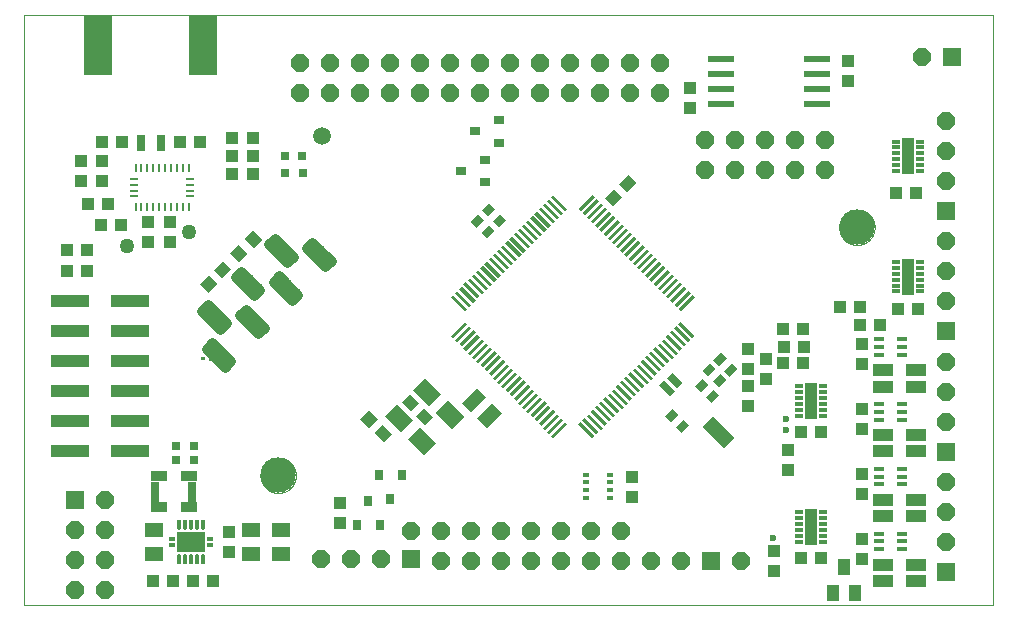
<source format=gts>
G75*
%MOIN*%
%OFA0B0*%
%FSLAX25Y25*%
%IPPOS*%
%LPD*%
%AMOC8*
5,1,8,0,0,1.08239X$1,22.5*
%
%ADD10C,0.00000*%
%ADD11C,0.11811*%
%ADD12R,0.04331X0.03937*%
%ADD13R,0.07677X0.05906*%
%ADD14R,0.03150X0.03150*%
%ADD15R,0.02600X0.01200*%
%ADD16R,0.03900X0.12200*%
%ADD17R,0.02756X0.03543*%
%ADD18R,0.05000X0.02500*%
%ADD19R,0.10000X0.05000*%
%ADD20R,0.03937X0.04331*%
%ADD21R,0.08700X0.02400*%
%ADD22R,0.01969X0.01378*%
%ADD23R,0.01100X0.06600*%
%ADD24R,0.04331X0.07087*%
%ADD25C,0.00030*%
%ADD26R,0.00984X0.02657*%
%ADD27R,0.02657X0.00984*%
%ADD28R,0.02756X0.05512*%
%ADD29OC8,0.06000*%
%ADD30C,0.05000*%
%ADD31R,0.03543X0.01772*%
%ADD32R,0.06800X0.04330*%
%ADD33R,0.06000X0.06000*%
%ADD34R,0.03937X0.05512*%
%ADD35C,0.03000*%
%ADD36R,0.09500X0.20000*%
%ADD37C,0.02362*%
%ADD38C,0.01380*%
%ADD39R,0.02362X0.01181*%
%ADD40R,0.09646X0.06693*%
%ADD41R,0.01378X0.02992*%
%ADD42R,0.02953X0.06693*%
%ADD43R,0.05315X0.03543*%
%ADD44R,0.06299X0.05118*%
%ADD45R,0.13000X0.04000*%
%ADD46R,0.03100X0.03500*%
%ADD47R,0.03500X0.03100*%
%ADD48C,0.05906*%
D10*
X0005163Y0012652D02*
X0005163Y0209502D01*
X0327998Y0209502D01*
X0327998Y0012652D01*
X0005163Y0012652D01*
X0083903Y0055959D02*
X0083905Y0056112D01*
X0083911Y0056266D01*
X0083921Y0056419D01*
X0083935Y0056571D01*
X0083953Y0056724D01*
X0083975Y0056875D01*
X0084000Y0057026D01*
X0084030Y0057177D01*
X0084064Y0057327D01*
X0084101Y0057475D01*
X0084142Y0057623D01*
X0084187Y0057769D01*
X0084236Y0057915D01*
X0084289Y0058059D01*
X0084345Y0058201D01*
X0084405Y0058342D01*
X0084469Y0058482D01*
X0084536Y0058620D01*
X0084607Y0058756D01*
X0084682Y0058890D01*
X0084759Y0059022D01*
X0084841Y0059152D01*
X0084925Y0059280D01*
X0085013Y0059406D01*
X0085104Y0059529D01*
X0085198Y0059650D01*
X0085296Y0059768D01*
X0085396Y0059884D01*
X0085500Y0059997D01*
X0085606Y0060108D01*
X0085715Y0060216D01*
X0085827Y0060321D01*
X0085941Y0060422D01*
X0086059Y0060521D01*
X0086178Y0060617D01*
X0086300Y0060710D01*
X0086425Y0060799D01*
X0086552Y0060886D01*
X0086681Y0060968D01*
X0086812Y0061048D01*
X0086945Y0061124D01*
X0087080Y0061197D01*
X0087217Y0061266D01*
X0087356Y0061331D01*
X0087496Y0061393D01*
X0087638Y0061451D01*
X0087781Y0061506D01*
X0087926Y0061557D01*
X0088072Y0061604D01*
X0088219Y0061647D01*
X0088367Y0061686D01*
X0088516Y0061722D01*
X0088666Y0061753D01*
X0088817Y0061781D01*
X0088968Y0061805D01*
X0089121Y0061825D01*
X0089273Y0061841D01*
X0089426Y0061853D01*
X0089579Y0061861D01*
X0089732Y0061865D01*
X0089886Y0061865D01*
X0090039Y0061861D01*
X0090192Y0061853D01*
X0090345Y0061841D01*
X0090497Y0061825D01*
X0090650Y0061805D01*
X0090801Y0061781D01*
X0090952Y0061753D01*
X0091102Y0061722D01*
X0091251Y0061686D01*
X0091399Y0061647D01*
X0091546Y0061604D01*
X0091692Y0061557D01*
X0091837Y0061506D01*
X0091980Y0061451D01*
X0092122Y0061393D01*
X0092262Y0061331D01*
X0092401Y0061266D01*
X0092538Y0061197D01*
X0092673Y0061124D01*
X0092806Y0061048D01*
X0092937Y0060968D01*
X0093066Y0060886D01*
X0093193Y0060799D01*
X0093318Y0060710D01*
X0093440Y0060617D01*
X0093559Y0060521D01*
X0093677Y0060422D01*
X0093791Y0060321D01*
X0093903Y0060216D01*
X0094012Y0060108D01*
X0094118Y0059997D01*
X0094222Y0059884D01*
X0094322Y0059768D01*
X0094420Y0059650D01*
X0094514Y0059529D01*
X0094605Y0059406D01*
X0094693Y0059280D01*
X0094777Y0059152D01*
X0094859Y0059022D01*
X0094936Y0058890D01*
X0095011Y0058756D01*
X0095082Y0058620D01*
X0095149Y0058482D01*
X0095213Y0058342D01*
X0095273Y0058201D01*
X0095329Y0058059D01*
X0095382Y0057915D01*
X0095431Y0057769D01*
X0095476Y0057623D01*
X0095517Y0057475D01*
X0095554Y0057327D01*
X0095588Y0057177D01*
X0095618Y0057026D01*
X0095643Y0056875D01*
X0095665Y0056724D01*
X0095683Y0056571D01*
X0095697Y0056419D01*
X0095707Y0056266D01*
X0095713Y0056112D01*
X0095715Y0055959D01*
X0095713Y0055806D01*
X0095707Y0055652D01*
X0095697Y0055499D01*
X0095683Y0055347D01*
X0095665Y0055194D01*
X0095643Y0055043D01*
X0095618Y0054892D01*
X0095588Y0054741D01*
X0095554Y0054591D01*
X0095517Y0054443D01*
X0095476Y0054295D01*
X0095431Y0054149D01*
X0095382Y0054003D01*
X0095329Y0053859D01*
X0095273Y0053717D01*
X0095213Y0053576D01*
X0095149Y0053436D01*
X0095082Y0053298D01*
X0095011Y0053162D01*
X0094936Y0053028D01*
X0094859Y0052896D01*
X0094777Y0052766D01*
X0094693Y0052638D01*
X0094605Y0052512D01*
X0094514Y0052389D01*
X0094420Y0052268D01*
X0094322Y0052150D01*
X0094222Y0052034D01*
X0094118Y0051921D01*
X0094012Y0051810D01*
X0093903Y0051702D01*
X0093791Y0051597D01*
X0093677Y0051496D01*
X0093559Y0051397D01*
X0093440Y0051301D01*
X0093318Y0051208D01*
X0093193Y0051119D01*
X0093066Y0051032D01*
X0092937Y0050950D01*
X0092806Y0050870D01*
X0092673Y0050794D01*
X0092538Y0050721D01*
X0092401Y0050652D01*
X0092262Y0050587D01*
X0092122Y0050525D01*
X0091980Y0050467D01*
X0091837Y0050412D01*
X0091692Y0050361D01*
X0091546Y0050314D01*
X0091399Y0050271D01*
X0091251Y0050232D01*
X0091102Y0050196D01*
X0090952Y0050165D01*
X0090801Y0050137D01*
X0090650Y0050113D01*
X0090497Y0050093D01*
X0090345Y0050077D01*
X0090192Y0050065D01*
X0090039Y0050057D01*
X0089886Y0050053D01*
X0089732Y0050053D01*
X0089579Y0050057D01*
X0089426Y0050065D01*
X0089273Y0050077D01*
X0089121Y0050093D01*
X0088968Y0050113D01*
X0088817Y0050137D01*
X0088666Y0050165D01*
X0088516Y0050196D01*
X0088367Y0050232D01*
X0088219Y0050271D01*
X0088072Y0050314D01*
X0087926Y0050361D01*
X0087781Y0050412D01*
X0087638Y0050467D01*
X0087496Y0050525D01*
X0087356Y0050587D01*
X0087217Y0050652D01*
X0087080Y0050721D01*
X0086945Y0050794D01*
X0086812Y0050870D01*
X0086681Y0050950D01*
X0086552Y0051032D01*
X0086425Y0051119D01*
X0086300Y0051208D01*
X0086178Y0051301D01*
X0086059Y0051397D01*
X0085941Y0051496D01*
X0085827Y0051597D01*
X0085715Y0051702D01*
X0085606Y0051810D01*
X0085500Y0051921D01*
X0085396Y0052034D01*
X0085296Y0052150D01*
X0085198Y0052268D01*
X0085104Y0052389D01*
X0085013Y0052512D01*
X0084925Y0052638D01*
X0084841Y0052766D01*
X0084759Y0052896D01*
X0084682Y0053028D01*
X0084607Y0053162D01*
X0084536Y0053298D01*
X0084469Y0053436D01*
X0084405Y0053576D01*
X0084345Y0053717D01*
X0084289Y0053859D01*
X0084236Y0054003D01*
X0084187Y0054149D01*
X0084142Y0054295D01*
X0084101Y0054443D01*
X0084064Y0054591D01*
X0084030Y0054741D01*
X0084000Y0054892D01*
X0083975Y0055043D01*
X0083953Y0055194D01*
X0083935Y0055347D01*
X0083921Y0055499D01*
X0083911Y0055652D01*
X0083905Y0055806D01*
X0083903Y0055959D01*
X0276816Y0138636D02*
X0276818Y0138789D01*
X0276824Y0138943D01*
X0276834Y0139096D01*
X0276848Y0139248D01*
X0276866Y0139401D01*
X0276888Y0139552D01*
X0276913Y0139703D01*
X0276943Y0139854D01*
X0276977Y0140004D01*
X0277014Y0140152D01*
X0277055Y0140300D01*
X0277100Y0140446D01*
X0277149Y0140592D01*
X0277202Y0140736D01*
X0277258Y0140878D01*
X0277318Y0141019D01*
X0277382Y0141159D01*
X0277449Y0141297D01*
X0277520Y0141433D01*
X0277595Y0141567D01*
X0277672Y0141699D01*
X0277754Y0141829D01*
X0277838Y0141957D01*
X0277926Y0142083D01*
X0278017Y0142206D01*
X0278111Y0142327D01*
X0278209Y0142445D01*
X0278309Y0142561D01*
X0278413Y0142674D01*
X0278519Y0142785D01*
X0278628Y0142893D01*
X0278740Y0142998D01*
X0278854Y0143099D01*
X0278972Y0143198D01*
X0279091Y0143294D01*
X0279213Y0143387D01*
X0279338Y0143476D01*
X0279465Y0143563D01*
X0279594Y0143645D01*
X0279725Y0143725D01*
X0279858Y0143801D01*
X0279993Y0143874D01*
X0280130Y0143943D01*
X0280269Y0144008D01*
X0280409Y0144070D01*
X0280551Y0144128D01*
X0280694Y0144183D01*
X0280839Y0144234D01*
X0280985Y0144281D01*
X0281132Y0144324D01*
X0281280Y0144363D01*
X0281429Y0144399D01*
X0281579Y0144430D01*
X0281730Y0144458D01*
X0281881Y0144482D01*
X0282034Y0144502D01*
X0282186Y0144518D01*
X0282339Y0144530D01*
X0282492Y0144538D01*
X0282645Y0144542D01*
X0282799Y0144542D01*
X0282952Y0144538D01*
X0283105Y0144530D01*
X0283258Y0144518D01*
X0283410Y0144502D01*
X0283563Y0144482D01*
X0283714Y0144458D01*
X0283865Y0144430D01*
X0284015Y0144399D01*
X0284164Y0144363D01*
X0284312Y0144324D01*
X0284459Y0144281D01*
X0284605Y0144234D01*
X0284750Y0144183D01*
X0284893Y0144128D01*
X0285035Y0144070D01*
X0285175Y0144008D01*
X0285314Y0143943D01*
X0285451Y0143874D01*
X0285586Y0143801D01*
X0285719Y0143725D01*
X0285850Y0143645D01*
X0285979Y0143563D01*
X0286106Y0143476D01*
X0286231Y0143387D01*
X0286353Y0143294D01*
X0286472Y0143198D01*
X0286590Y0143099D01*
X0286704Y0142998D01*
X0286816Y0142893D01*
X0286925Y0142785D01*
X0287031Y0142674D01*
X0287135Y0142561D01*
X0287235Y0142445D01*
X0287333Y0142327D01*
X0287427Y0142206D01*
X0287518Y0142083D01*
X0287606Y0141957D01*
X0287690Y0141829D01*
X0287772Y0141699D01*
X0287849Y0141567D01*
X0287924Y0141433D01*
X0287995Y0141297D01*
X0288062Y0141159D01*
X0288126Y0141019D01*
X0288186Y0140878D01*
X0288242Y0140736D01*
X0288295Y0140592D01*
X0288344Y0140446D01*
X0288389Y0140300D01*
X0288430Y0140152D01*
X0288467Y0140004D01*
X0288501Y0139854D01*
X0288531Y0139703D01*
X0288556Y0139552D01*
X0288578Y0139401D01*
X0288596Y0139248D01*
X0288610Y0139096D01*
X0288620Y0138943D01*
X0288626Y0138789D01*
X0288628Y0138636D01*
X0288626Y0138483D01*
X0288620Y0138329D01*
X0288610Y0138176D01*
X0288596Y0138024D01*
X0288578Y0137871D01*
X0288556Y0137720D01*
X0288531Y0137569D01*
X0288501Y0137418D01*
X0288467Y0137268D01*
X0288430Y0137120D01*
X0288389Y0136972D01*
X0288344Y0136826D01*
X0288295Y0136680D01*
X0288242Y0136536D01*
X0288186Y0136394D01*
X0288126Y0136253D01*
X0288062Y0136113D01*
X0287995Y0135975D01*
X0287924Y0135839D01*
X0287849Y0135705D01*
X0287772Y0135573D01*
X0287690Y0135443D01*
X0287606Y0135315D01*
X0287518Y0135189D01*
X0287427Y0135066D01*
X0287333Y0134945D01*
X0287235Y0134827D01*
X0287135Y0134711D01*
X0287031Y0134598D01*
X0286925Y0134487D01*
X0286816Y0134379D01*
X0286704Y0134274D01*
X0286590Y0134173D01*
X0286472Y0134074D01*
X0286353Y0133978D01*
X0286231Y0133885D01*
X0286106Y0133796D01*
X0285979Y0133709D01*
X0285850Y0133627D01*
X0285719Y0133547D01*
X0285586Y0133471D01*
X0285451Y0133398D01*
X0285314Y0133329D01*
X0285175Y0133264D01*
X0285035Y0133202D01*
X0284893Y0133144D01*
X0284750Y0133089D01*
X0284605Y0133038D01*
X0284459Y0132991D01*
X0284312Y0132948D01*
X0284164Y0132909D01*
X0284015Y0132873D01*
X0283865Y0132842D01*
X0283714Y0132814D01*
X0283563Y0132790D01*
X0283410Y0132770D01*
X0283258Y0132754D01*
X0283105Y0132742D01*
X0282952Y0132734D01*
X0282799Y0132730D01*
X0282645Y0132730D01*
X0282492Y0132734D01*
X0282339Y0132742D01*
X0282186Y0132754D01*
X0282034Y0132770D01*
X0281881Y0132790D01*
X0281730Y0132814D01*
X0281579Y0132842D01*
X0281429Y0132873D01*
X0281280Y0132909D01*
X0281132Y0132948D01*
X0280985Y0132991D01*
X0280839Y0133038D01*
X0280694Y0133089D01*
X0280551Y0133144D01*
X0280409Y0133202D01*
X0280269Y0133264D01*
X0280130Y0133329D01*
X0279993Y0133398D01*
X0279858Y0133471D01*
X0279725Y0133547D01*
X0279594Y0133627D01*
X0279465Y0133709D01*
X0279338Y0133796D01*
X0279213Y0133885D01*
X0279091Y0133978D01*
X0278972Y0134074D01*
X0278854Y0134173D01*
X0278740Y0134274D01*
X0278628Y0134379D01*
X0278519Y0134487D01*
X0278413Y0134598D01*
X0278309Y0134711D01*
X0278209Y0134827D01*
X0278111Y0134945D01*
X0278017Y0135066D01*
X0277926Y0135189D01*
X0277838Y0135315D01*
X0277754Y0135443D01*
X0277672Y0135573D01*
X0277595Y0135705D01*
X0277520Y0135839D01*
X0277449Y0135975D01*
X0277382Y0136113D01*
X0277318Y0136253D01*
X0277258Y0136394D01*
X0277202Y0136536D01*
X0277149Y0136680D01*
X0277100Y0136826D01*
X0277055Y0136972D01*
X0277014Y0137120D01*
X0276977Y0137268D01*
X0276943Y0137418D01*
X0276913Y0137569D01*
X0276888Y0137720D01*
X0276866Y0137871D01*
X0276848Y0138024D01*
X0276834Y0138176D01*
X0276824Y0138329D01*
X0276818Y0138483D01*
X0276816Y0138636D01*
D11*
X0282722Y0138636D03*
X0089809Y0055959D03*
D12*
X0110331Y0046861D03*
X0110331Y0040169D03*
G36*
X0124942Y0067043D02*
X0121881Y0070104D01*
X0124664Y0072887D01*
X0127725Y0069826D01*
X0124942Y0067043D01*
G37*
G36*
X0120210Y0071776D02*
X0117149Y0074837D01*
X0119932Y0077620D01*
X0122993Y0074559D01*
X0120210Y0071776D01*
G37*
G36*
X0134010Y0077376D02*
X0130949Y0080437D01*
X0133732Y0083220D01*
X0136793Y0080159D01*
X0134010Y0077376D01*
G37*
G36*
X0138742Y0072643D02*
X0135681Y0075704D01*
X0138464Y0078487D01*
X0141525Y0075426D01*
X0138742Y0072643D01*
G37*
G36*
X0074220Y0124620D02*
X0071159Y0121559D01*
X0068376Y0124342D01*
X0071437Y0127403D01*
X0074220Y0124620D01*
G37*
G36*
X0069487Y0119888D02*
X0066426Y0116827D01*
X0063643Y0119610D01*
X0066704Y0122671D01*
X0069487Y0119888D01*
G37*
X0053731Y0133569D03*
X0053731Y0140261D03*
X0033092Y0146352D03*
X0026399Y0146352D03*
X0031185Y0166915D03*
X0037878Y0166915D03*
X0056985Y0166915D03*
X0063678Y0166915D03*
G36*
X0198738Y0148289D02*
X0201799Y0151350D01*
X0204582Y0148567D01*
X0201521Y0145506D01*
X0198738Y0148289D01*
G37*
G36*
X0203470Y0153022D02*
X0206531Y0156083D01*
X0209314Y0153300D01*
X0206253Y0150239D01*
X0203470Y0153022D01*
G37*
X0257985Y0104715D03*
X0264678Y0104715D03*
X0276985Y0111915D03*
X0283678Y0111915D03*
X0296291Y0111531D03*
X0302983Y0111531D03*
X0264878Y0093315D03*
X0258185Y0093315D03*
X0252531Y0094861D03*
X0252531Y0088169D03*
X0246531Y0085861D03*
X0246531Y0079169D03*
X0264185Y0070315D03*
X0270878Y0070315D03*
X0270878Y0028515D03*
X0264185Y0028515D03*
X0295769Y0150220D03*
X0302461Y0150220D03*
X0279601Y0187498D03*
X0279601Y0194191D03*
D13*
G36*
X0140034Y0078958D02*
X0134608Y0084384D01*
X0138784Y0088560D01*
X0144210Y0083134D01*
X0140034Y0078958D01*
G37*
G36*
X0147690Y0071303D02*
X0142264Y0076729D01*
X0146440Y0080905D01*
X0151866Y0075479D01*
X0147690Y0071303D01*
G37*
G36*
X0138384Y0062486D02*
X0132958Y0067912D01*
X0137134Y0072088D01*
X0142560Y0066662D01*
X0138384Y0062486D01*
G37*
G36*
X0130729Y0070142D02*
X0125303Y0075568D01*
X0129479Y0079744D01*
X0134905Y0074318D01*
X0130729Y0070142D01*
G37*
D14*
X0061684Y0065715D03*
X0061684Y0060915D03*
X0055779Y0060915D03*
X0055779Y0065715D03*
X0092084Y0156631D03*
X0091984Y0162331D03*
X0097890Y0162331D03*
X0097990Y0156631D03*
D15*
X0263531Y0085615D03*
X0263531Y0083715D03*
X0263531Y0081715D03*
X0263531Y0079715D03*
X0263531Y0077715D03*
X0263531Y0075815D03*
X0271531Y0075815D03*
X0271531Y0077715D03*
X0271531Y0079715D03*
X0271531Y0081715D03*
X0271531Y0083715D03*
X0271531Y0085615D03*
X0295615Y0117320D03*
X0295615Y0119220D03*
X0295615Y0121220D03*
X0295615Y0123220D03*
X0295615Y0125220D03*
X0295615Y0127120D03*
X0303615Y0127120D03*
X0303615Y0125220D03*
X0303615Y0123220D03*
X0303615Y0121220D03*
X0303615Y0119220D03*
X0303615Y0117320D03*
X0303615Y0157420D03*
X0303615Y0159320D03*
X0303615Y0161320D03*
X0303615Y0163320D03*
X0303615Y0165320D03*
X0303615Y0167220D03*
X0295615Y0167220D03*
X0295615Y0165320D03*
X0295615Y0163320D03*
X0295615Y0161320D03*
X0295615Y0159320D03*
X0295615Y0157420D03*
X0271531Y0043615D03*
X0271531Y0041715D03*
X0271531Y0039715D03*
X0271531Y0037715D03*
X0271531Y0035715D03*
X0271531Y0033815D03*
X0263531Y0033815D03*
X0263531Y0035715D03*
X0263531Y0037715D03*
X0263531Y0039715D03*
X0263531Y0041715D03*
X0263531Y0043615D03*
D16*
X0267531Y0038715D03*
X0267531Y0080715D03*
X0299615Y0122220D03*
X0299615Y0162320D03*
D17*
G36*
X0236782Y0092447D02*
X0234833Y0094396D01*
X0237336Y0096899D01*
X0239285Y0094950D01*
X0236782Y0092447D01*
G37*
G36*
X0233150Y0088915D02*
X0231201Y0090864D01*
X0233704Y0093367D01*
X0235653Y0091418D01*
X0233150Y0088915D01*
G37*
G36*
X0231304Y0088167D02*
X0233253Y0086218D01*
X0230750Y0083715D01*
X0228801Y0085664D01*
X0231304Y0088167D01*
G37*
G36*
X0236770Y0085296D02*
X0234821Y0087245D01*
X0237324Y0089748D01*
X0239273Y0087799D01*
X0236770Y0085296D01*
G37*
G36*
X0234924Y0084548D02*
X0236873Y0082599D01*
X0234370Y0080096D01*
X0232421Y0082045D01*
X0234924Y0084548D01*
G37*
G36*
X0240401Y0088827D02*
X0238452Y0090776D01*
X0240955Y0093279D01*
X0242904Y0091330D01*
X0240401Y0088827D01*
G37*
G36*
X0221304Y0078167D02*
X0223253Y0076218D01*
X0220750Y0073715D01*
X0218801Y0075664D01*
X0221304Y0078167D01*
G37*
G36*
X0224924Y0074548D02*
X0226873Y0072599D01*
X0224370Y0070096D01*
X0222421Y0072045D01*
X0224924Y0074548D01*
G37*
G36*
X0160124Y0139348D02*
X0162073Y0137399D01*
X0159570Y0134896D01*
X0157621Y0136845D01*
X0160124Y0139348D01*
G37*
G36*
X0163874Y0143098D02*
X0165823Y0141149D01*
X0163320Y0138646D01*
X0161371Y0140595D01*
X0163874Y0143098D01*
G37*
G36*
X0160254Y0146717D02*
X0162203Y0144768D01*
X0159700Y0142265D01*
X0157751Y0144214D01*
X0160254Y0146717D01*
G37*
G36*
X0156504Y0142967D02*
X0158453Y0141018D01*
X0155950Y0138515D01*
X0154001Y0140464D01*
X0156504Y0142967D01*
G37*
D18*
G36*
X0222896Y0084922D02*
X0219362Y0088456D01*
X0221130Y0090224D01*
X0224664Y0086690D01*
X0222896Y0084922D01*
G37*
G36*
X0220279Y0082305D02*
X0216745Y0085839D01*
X0218513Y0087607D01*
X0222047Y0084073D01*
X0220279Y0082305D01*
G37*
D19*
G36*
X0234889Y0075615D02*
X0241959Y0068545D01*
X0238423Y0065009D01*
X0231353Y0072079D01*
X0234889Y0075615D01*
G37*
D20*
X0246531Y0091369D03*
X0246531Y0098061D03*
X0258385Y0098715D03*
X0265078Y0098715D03*
X0284331Y0099661D03*
X0283785Y0106115D03*
X0290478Y0106115D03*
X0284331Y0092969D03*
X0284331Y0078061D03*
X0284331Y0071369D03*
X0284331Y0056461D03*
X0284331Y0049769D03*
X0284331Y0034861D03*
X0284331Y0028169D03*
X0254931Y0030661D03*
X0254931Y0023969D03*
X0259731Y0057569D03*
X0259731Y0064261D03*
X0207787Y0055278D03*
X0207787Y0048585D03*
G36*
X0078576Y0134820D02*
X0081359Y0137603D01*
X0084420Y0134542D01*
X0081637Y0131759D01*
X0078576Y0134820D01*
G37*
G36*
X0073843Y0130088D02*
X0076626Y0132871D01*
X0079687Y0129810D01*
X0076904Y0127027D01*
X0073843Y0130088D01*
G37*
X0046531Y0133569D03*
X0046531Y0140261D03*
X0037492Y0139352D03*
X0030799Y0139352D03*
X0026078Y0131115D03*
X0019385Y0131115D03*
X0019385Y0123915D03*
X0026078Y0123915D03*
X0023931Y0154169D03*
X0031131Y0154169D03*
X0031131Y0160861D03*
X0023931Y0160861D03*
X0074585Y0162315D03*
X0074585Y0156315D03*
X0081278Y0156315D03*
X0081278Y0162315D03*
X0081278Y0168315D03*
X0074585Y0168315D03*
X0227131Y0178417D03*
X0227131Y0185109D03*
X0073331Y0037061D03*
X0073331Y0030369D03*
X0068078Y0020715D03*
X0061385Y0020715D03*
X0054878Y0020715D03*
X0048185Y0020715D03*
D21*
X0237548Y0179750D03*
X0237548Y0184750D03*
X0237548Y0189750D03*
X0237548Y0194750D03*
X0269398Y0194750D03*
X0269398Y0189750D03*
X0269398Y0184750D03*
X0269398Y0179750D03*
D22*
X0200522Y0056170D03*
X0200522Y0053611D03*
X0200522Y0051052D03*
X0200522Y0048493D03*
X0192452Y0048493D03*
X0192452Y0051052D03*
X0192452Y0053611D03*
X0192452Y0056170D03*
D23*
G36*
X0189840Y0072975D02*
X0190618Y0073753D01*
X0195284Y0069087D01*
X0194506Y0068309D01*
X0189840Y0072975D01*
G37*
G36*
X0191184Y0074318D02*
X0191962Y0075096D01*
X0196628Y0070430D01*
X0195850Y0069652D01*
X0191184Y0074318D01*
G37*
G36*
X0192598Y0075732D02*
X0193376Y0076510D01*
X0198042Y0071844D01*
X0197264Y0071066D01*
X0192598Y0075732D01*
G37*
G36*
X0194012Y0077146D02*
X0194790Y0077924D01*
X0199456Y0073258D01*
X0198678Y0072480D01*
X0194012Y0077146D01*
G37*
G36*
X0195427Y0078561D02*
X0196205Y0079339D01*
X0200871Y0074673D01*
X0200093Y0073895D01*
X0195427Y0078561D01*
G37*
G36*
X0196770Y0079904D02*
X0197548Y0080682D01*
X0202214Y0076016D01*
X0201436Y0075238D01*
X0196770Y0079904D01*
G37*
G36*
X0198184Y0081318D02*
X0198962Y0082096D01*
X0203628Y0077430D01*
X0202850Y0076652D01*
X0198184Y0081318D01*
G37*
G36*
X0199599Y0082733D02*
X0200377Y0083511D01*
X0205043Y0078845D01*
X0204265Y0078067D01*
X0199599Y0082733D01*
G37*
G36*
X0200942Y0084076D02*
X0201720Y0084854D01*
X0206386Y0080188D01*
X0205608Y0079410D01*
X0200942Y0084076D01*
G37*
G36*
X0202356Y0085490D02*
X0203134Y0086268D01*
X0207800Y0081602D01*
X0207022Y0080824D01*
X0202356Y0085490D01*
G37*
G36*
X0203770Y0086905D02*
X0204548Y0087683D01*
X0209214Y0083017D01*
X0208436Y0082239D01*
X0203770Y0086905D01*
G37*
G36*
X0205114Y0088248D02*
X0205892Y0089026D01*
X0210558Y0084360D01*
X0209780Y0083582D01*
X0205114Y0088248D01*
G37*
G36*
X0206528Y0089662D02*
X0207306Y0090440D01*
X0211972Y0085774D01*
X0211194Y0084996D01*
X0206528Y0089662D01*
G37*
G36*
X0207942Y0091077D02*
X0208720Y0091855D01*
X0213386Y0087189D01*
X0212608Y0086411D01*
X0207942Y0091077D01*
G37*
G36*
X0209286Y0092420D02*
X0210064Y0093198D01*
X0214730Y0088532D01*
X0213952Y0087754D01*
X0209286Y0092420D01*
G37*
G36*
X0210700Y0093834D02*
X0211478Y0094612D01*
X0216144Y0089946D01*
X0215366Y0089168D01*
X0210700Y0093834D01*
G37*
G36*
X0212114Y0095248D02*
X0212892Y0096026D01*
X0217558Y0091360D01*
X0216780Y0090582D01*
X0212114Y0095248D01*
G37*
G36*
X0213458Y0096592D02*
X0214236Y0097370D01*
X0218902Y0092704D01*
X0218124Y0091926D01*
X0213458Y0096592D01*
G37*
G36*
X0214872Y0098006D02*
X0215650Y0098784D01*
X0220316Y0094118D01*
X0219538Y0093340D01*
X0214872Y0098006D01*
G37*
G36*
X0216286Y0099420D02*
X0217064Y0100198D01*
X0221730Y0095532D01*
X0220952Y0094754D01*
X0216286Y0099420D01*
G37*
G36*
X0217630Y0100764D02*
X0218408Y0101542D01*
X0223074Y0096876D01*
X0222296Y0096098D01*
X0217630Y0100764D01*
G37*
G36*
X0219044Y0102178D02*
X0219822Y0102956D01*
X0224488Y0098290D01*
X0223710Y0097512D01*
X0219044Y0102178D01*
G37*
G36*
X0220458Y0103592D02*
X0221236Y0104370D01*
X0225902Y0099704D01*
X0225124Y0098926D01*
X0220458Y0103592D01*
G37*
G36*
X0221872Y0105006D02*
X0222650Y0105784D01*
X0227316Y0101118D01*
X0226538Y0100340D01*
X0221872Y0105006D01*
G37*
G36*
X0223216Y0106350D02*
X0223994Y0107128D01*
X0228660Y0102462D01*
X0227882Y0101684D01*
X0223216Y0106350D01*
G37*
G36*
X0223994Y0110735D02*
X0223216Y0111513D01*
X0227882Y0116179D01*
X0228660Y0115401D01*
X0223994Y0110735D01*
G37*
G36*
X0222650Y0112078D02*
X0221872Y0112856D01*
X0226538Y0117522D01*
X0227316Y0116744D01*
X0222650Y0112078D01*
G37*
G36*
X0221236Y0113493D02*
X0220458Y0114271D01*
X0225124Y0118937D01*
X0225902Y0118159D01*
X0221236Y0113493D01*
G37*
G36*
X0219822Y0114907D02*
X0219044Y0115685D01*
X0223710Y0120351D01*
X0224488Y0119573D01*
X0219822Y0114907D01*
G37*
G36*
X0218408Y0116321D02*
X0217630Y0117099D01*
X0222296Y0121765D01*
X0223074Y0120987D01*
X0218408Y0116321D01*
G37*
G36*
X0217064Y0117665D02*
X0216286Y0118443D01*
X0220952Y0123109D01*
X0221730Y0122331D01*
X0217064Y0117665D01*
G37*
G36*
X0215650Y0119079D02*
X0214872Y0119857D01*
X0219538Y0124523D01*
X0220316Y0123745D01*
X0215650Y0119079D01*
G37*
G36*
X0214236Y0120493D02*
X0213458Y0121271D01*
X0218124Y0125937D01*
X0218902Y0125159D01*
X0214236Y0120493D01*
G37*
G36*
X0212892Y0121837D02*
X0212114Y0122615D01*
X0216780Y0127281D01*
X0217558Y0126503D01*
X0212892Y0121837D01*
G37*
G36*
X0211478Y0123251D02*
X0210700Y0124029D01*
X0215366Y0128695D01*
X0216144Y0127917D01*
X0211478Y0123251D01*
G37*
G36*
X0210064Y0124665D02*
X0209286Y0125443D01*
X0213952Y0130109D01*
X0214730Y0129331D01*
X0210064Y0124665D01*
G37*
G36*
X0208720Y0126008D02*
X0207942Y0126786D01*
X0212608Y0131452D01*
X0213386Y0130674D01*
X0208720Y0126008D01*
G37*
G36*
X0207306Y0127423D02*
X0206528Y0128201D01*
X0211194Y0132867D01*
X0211972Y0132089D01*
X0207306Y0127423D01*
G37*
G36*
X0205892Y0128837D02*
X0205114Y0129615D01*
X0209780Y0134281D01*
X0210558Y0133503D01*
X0205892Y0128837D01*
G37*
G36*
X0204548Y0130180D02*
X0203770Y0130958D01*
X0208436Y0135624D01*
X0209214Y0134846D01*
X0204548Y0130180D01*
G37*
G36*
X0203134Y0131595D02*
X0202356Y0132373D01*
X0207022Y0137039D01*
X0207800Y0136261D01*
X0203134Y0131595D01*
G37*
G36*
X0201720Y0133009D02*
X0200942Y0133787D01*
X0205608Y0138453D01*
X0206386Y0137675D01*
X0201720Y0133009D01*
G37*
G36*
X0200377Y0134352D02*
X0199599Y0135130D01*
X0204265Y0139796D01*
X0205043Y0139018D01*
X0200377Y0134352D01*
G37*
G36*
X0198962Y0135767D02*
X0198184Y0136545D01*
X0202850Y0141211D01*
X0203628Y0140433D01*
X0198962Y0135767D01*
G37*
G36*
X0197548Y0137181D02*
X0196770Y0137959D01*
X0201436Y0142625D01*
X0202214Y0141847D01*
X0197548Y0137181D01*
G37*
G36*
X0196205Y0138524D02*
X0195427Y0139302D01*
X0200093Y0143968D01*
X0200871Y0143190D01*
X0196205Y0138524D01*
G37*
G36*
X0194790Y0139938D02*
X0194012Y0140716D01*
X0198678Y0145382D01*
X0199456Y0144604D01*
X0194790Y0139938D01*
G37*
G36*
X0193376Y0141353D02*
X0192598Y0142131D01*
X0197264Y0146797D01*
X0198042Y0146019D01*
X0193376Y0141353D01*
G37*
G36*
X0191962Y0142767D02*
X0191184Y0143545D01*
X0195850Y0148211D01*
X0196628Y0147433D01*
X0191962Y0142767D01*
G37*
G36*
X0190618Y0144110D02*
X0189840Y0144888D01*
X0194506Y0149554D01*
X0195284Y0148776D01*
X0190618Y0144110D01*
G37*
G36*
X0180790Y0148776D02*
X0181568Y0149554D01*
X0186234Y0144888D01*
X0185456Y0144110D01*
X0180790Y0148776D01*
G37*
G36*
X0179446Y0147433D02*
X0180224Y0148211D01*
X0184890Y0143545D01*
X0184112Y0142767D01*
X0179446Y0147433D01*
G37*
G36*
X0178032Y0146019D02*
X0178810Y0146797D01*
X0183476Y0142131D01*
X0182698Y0141353D01*
X0178032Y0146019D01*
G37*
G36*
X0176618Y0144604D02*
X0177396Y0145382D01*
X0182062Y0140716D01*
X0181284Y0139938D01*
X0176618Y0144604D01*
G37*
G36*
X0175203Y0143190D02*
X0175981Y0143968D01*
X0180647Y0139302D01*
X0179869Y0138524D01*
X0175203Y0143190D01*
G37*
G36*
X0173860Y0141847D02*
X0174638Y0142625D01*
X0179304Y0137959D01*
X0178526Y0137181D01*
X0173860Y0141847D01*
G37*
G36*
X0172446Y0140433D02*
X0173224Y0141211D01*
X0177890Y0136545D01*
X0177112Y0135767D01*
X0172446Y0140433D01*
G37*
G36*
X0171031Y0139018D02*
X0171809Y0139796D01*
X0176475Y0135130D01*
X0175697Y0134352D01*
X0171031Y0139018D01*
G37*
G36*
X0169688Y0137675D02*
X0170466Y0138453D01*
X0175132Y0133787D01*
X0174354Y0133009D01*
X0169688Y0137675D01*
G37*
G36*
X0168274Y0136261D02*
X0169052Y0137039D01*
X0173718Y0132373D01*
X0172940Y0131595D01*
X0168274Y0136261D01*
G37*
G36*
X0166860Y0134846D02*
X0167638Y0135624D01*
X0172304Y0130958D01*
X0171526Y0130180D01*
X0166860Y0134846D01*
G37*
G36*
X0165516Y0133503D02*
X0166294Y0134281D01*
X0170960Y0129615D01*
X0170182Y0128837D01*
X0165516Y0133503D01*
G37*
G36*
X0164102Y0132089D02*
X0164880Y0132867D01*
X0169546Y0128201D01*
X0168768Y0127423D01*
X0164102Y0132089D01*
G37*
G36*
X0162688Y0130674D02*
X0163466Y0131452D01*
X0168132Y0126786D01*
X0167354Y0126008D01*
X0162688Y0130674D01*
G37*
G36*
X0161344Y0129331D02*
X0162122Y0130109D01*
X0166788Y0125443D01*
X0166010Y0124665D01*
X0161344Y0129331D01*
G37*
G36*
X0159930Y0127917D02*
X0160708Y0128695D01*
X0165374Y0124029D01*
X0164596Y0123251D01*
X0159930Y0127917D01*
G37*
G36*
X0158516Y0126503D02*
X0159294Y0127281D01*
X0163960Y0122615D01*
X0163182Y0121837D01*
X0158516Y0126503D01*
G37*
G36*
X0157172Y0125159D02*
X0157950Y0125937D01*
X0162616Y0121271D01*
X0161838Y0120493D01*
X0157172Y0125159D01*
G37*
G36*
X0155758Y0123745D02*
X0156536Y0124523D01*
X0161202Y0119857D01*
X0160424Y0119079D01*
X0155758Y0123745D01*
G37*
G36*
X0154344Y0122331D02*
X0155122Y0123109D01*
X0159788Y0118443D01*
X0159010Y0117665D01*
X0154344Y0122331D01*
G37*
G36*
X0153000Y0120987D02*
X0153778Y0121765D01*
X0158444Y0117099D01*
X0157666Y0116321D01*
X0153000Y0120987D01*
G37*
G36*
X0151586Y0119573D02*
X0152364Y0120351D01*
X0157030Y0115685D01*
X0156252Y0114907D01*
X0151586Y0119573D01*
G37*
G36*
X0150172Y0118159D02*
X0150950Y0118937D01*
X0155616Y0114271D01*
X0154838Y0113493D01*
X0150172Y0118159D01*
G37*
G36*
X0148758Y0116744D02*
X0149536Y0117522D01*
X0154202Y0112856D01*
X0153424Y0112078D01*
X0148758Y0116744D01*
G37*
G36*
X0147414Y0115401D02*
X0148192Y0116179D01*
X0152858Y0111513D01*
X0152080Y0110735D01*
X0147414Y0115401D01*
G37*
G36*
X0148192Y0101684D02*
X0147414Y0102462D01*
X0152080Y0107128D01*
X0152858Y0106350D01*
X0148192Y0101684D01*
G37*
G36*
X0149536Y0100340D02*
X0148758Y0101118D01*
X0153424Y0105784D01*
X0154202Y0105006D01*
X0149536Y0100340D01*
G37*
G36*
X0150950Y0098926D02*
X0150172Y0099704D01*
X0154838Y0104370D01*
X0155616Y0103592D01*
X0150950Y0098926D01*
G37*
G36*
X0152364Y0097512D02*
X0151586Y0098290D01*
X0156252Y0102956D01*
X0157030Y0102178D01*
X0152364Y0097512D01*
G37*
G36*
X0153778Y0096098D02*
X0153000Y0096876D01*
X0157666Y0101542D01*
X0158444Y0100764D01*
X0153778Y0096098D01*
G37*
G36*
X0155122Y0094754D02*
X0154344Y0095532D01*
X0159010Y0100198D01*
X0159788Y0099420D01*
X0155122Y0094754D01*
G37*
G36*
X0156536Y0093340D02*
X0155758Y0094118D01*
X0160424Y0098784D01*
X0161202Y0098006D01*
X0156536Y0093340D01*
G37*
G36*
X0157950Y0091926D02*
X0157172Y0092704D01*
X0161838Y0097370D01*
X0162616Y0096592D01*
X0157950Y0091926D01*
G37*
G36*
X0159294Y0090582D02*
X0158516Y0091360D01*
X0163182Y0096026D01*
X0163960Y0095248D01*
X0159294Y0090582D01*
G37*
G36*
X0160708Y0089168D02*
X0159930Y0089946D01*
X0164596Y0094612D01*
X0165374Y0093834D01*
X0160708Y0089168D01*
G37*
G36*
X0162122Y0087754D02*
X0161344Y0088532D01*
X0166010Y0093198D01*
X0166788Y0092420D01*
X0162122Y0087754D01*
G37*
G36*
X0163466Y0086411D02*
X0162688Y0087189D01*
X0167354Y0091855D01*
X0168132Y0091077D01*
X0163466Y0086411D01*
G37*
G36*
X0164880Y0084996D02*
X0164102Y0085774D01*
X0168768Y0090440D01*
X0169546Y0089662D01*
X0164880Y0084996D01*
G37*
G36*
X0166294Y0083582D02*
X0165516Y0084360D01*
X0170182Y0089026D01*
X0170960Y0088248D01*
X0166294Y0083582D01*
G37*
G36*
X0167638Y0082239D02*
X0166860Y0083017D01*
X0171526Y0087683D01*
X0172304Y0086905D01*
X0167638Y0082239D01*
G37*
G36*
X0169052Y0080824D02*
X0168274Y0081602D01*
X0172940Y0086268D01*
X0173718Y0085490D01*
X0169052Y0080824D01*
G37*
G36*
X0170466Y0079410D02*
X0169688Y0080188D01*
X0174354Y0084854D01*
X0175132Y0084076D01*
X0170466Y0079410D01*
G37*
G36*
X0171809Y0078067D02*
X0171031Y0078845D01*
X0175697Y0083511D01*
X0176475Y0082733D01*
X0171809Y0078067D01*
G37*
G36*
X0173224Y0076652D02*
X0172446Y0077430D01*
X0177112Y0082096D01*
X0177890Y0081318D01*
X0173224Y0076652D01*
G37*
G36*
X0174638Y0075238D02*
X0173860Y0076016D01*
X0178526Y0080682D01*
X0179304Y0079904D01*
X0174638Y0075238D01*
G37*
G36*
X0175981Y0073895D02*
X0175203Y0074673D01*
X0179869Y0079339D01*
X0180647Y0078561D01*
X0175981Y0073895D01*
G37*
G36*
X0177396Y0072480D02*
X0176618Y0073258D01*
X0181284Y0077924D01*
X0182062Y0077146D01*
X0177396Y0072480D01*
G37*
G36*
X0178810Y0071066D02*
X0178032Y0071844D01*
X0182698Y0076510D01*
X0183476Y0075732D01*
X0178810Y0071066D01*
G37*
G36*
X0180224Y0069652D02*
X0179446Y0070430D01*
X0184112Y0075096D01*
X0184890Y0074318D01*
X0180224Y0069652D01*
G37*
G36*
X0181568Y0068309D02*
X0180790Y0069087D01*
X0185456Y0073753D01*
X0186234Y0072975D01*
X0181568Y0068309D01*
G37*
D24*
G36*
X0159279Y0071879D02*
X0156217Y0074941D01*
X0161227Y0079951D01*
X0164289Y0076889D01*
X0159279Y0071879D01*
G37*
G36*
X0154047Y0077112D02*
X0150985Y0080174D01*
X0155995Y0085184D01*
X0159057Y0082122D01*
X0154047Y0077112D01*
G37*
D25*
X0070111Y0094713D02*
X0068941Y0094713D01*
X0068941Y0095283D01*
X0070111Y0095283D01*
X0070111Y0094713D01*
X0070111Y0094742D02*
X0068941Y0094742D01*
X0068941Y0094771D02*
X0070111Y0094771D01*
X0070111Y0094800D02*
X0068941Y0094800D01*
X0068941Y0094829D02*
X0070111Y0094829D01*
X0070111Y0094858D02*
X0068941Y0094858D01*
X0068941Y0094887D02*
X0070111Y0094887D01*
X0070111Y0094916D02*
X0068941Y0094916D01*
X0068941Y0094945D02*
X0070111Y0094945D01*
X0070111Y0094974D02*
X0068941Y0094974D01*
X0068941Y0095003D02*
X0070111Y0095003D01*
X0070111Y0095032D02*
X0068941Y0095032D01*
X0068941Y0095061D02*
X0070111Y0095061D01*
X0070111Y0095090D02*
X0068941Y0095090D01*
X0068941Y0095119D02*
X0070111Y0095119D01*
X0070111Y0095148D02*
X0068941Y0095148D01*
X0068941Y0095177D02*
X0070111Y0095177D01*
X0070111Y0095206D02*
X0068941Y0095206D01*
X0068941Y0095235D02*
X0070111Y0095235D01*
X0070111Y0095264D02*
X0068941Y0095264D01*
X0067311Y0095583D02*
X0067311Y0094413D01*
X0066741Y0094413D01*
X0066741Y0095583D01*
X0067311Y0095583D01*
X0067311Y0094442D02*
X0066741Y0094442D01*
X0066741Y0094471D02*
X0067311Y0094471D01*
X0067311Y0094500D02*
X0066741Y0094500D01*
X0066741Y0094529D02*
X0067311Y0094529D01*
X0067311Y0094558D02*
X0066741Y0094558D01*
X0066741Y0094587D02*
X0067311Y0094587D01*
X0067311Y0094616D02*
X0066741Y0094616D01*
X0066741Y0094645D02*
X0067311Y0094645D01*
X0067311Y0094674D02*
X0066741Y0094674D01*
X0066741Y0094703D02*
X0067311Y0094703D01*
X0067311Y0094732D02*
X0066741Y0094732D01*
X0066741Y0094761D02*
X0067311Y0094761D01*
X0067311Y0094790D02*
X0066741Y0094790D01*
X0066741Y0094819D02*
X0067311Y0094819D01*
X0067311Y0094848D02*
X0066741Y0094848D01*
X0066741Y0094877D02*
X0067311Y0094877D01*
X0067311Y0094906D02*
X0066741Y0094906D01*
X0066741Y0094935D02*
X0067311Y0094935D01*
X0067311Y0094964D02*
X0066741Y0094964D01*
X0066741Y0094993D02*
X0067311Y0094993D01*
X0067311Y0095022D02*
X0066741Y0095022D01*
X0066741Y0095051D02*
X0067311Y0095051D01*
X0067311Y0095080D02*
X0066741Y0095080D01*
X0066741Y0095109D02*
X0067311Y0095109D01*
X0067311Y0095138D02*
X0066741Y0095138D01*
X0066741Y0095167D02*
X0067311Y0095167D01*
X0067311Y0095196D02*
X0066741Y0095196D01*
X0066741Y0095225D02*
X0067311Y0095225D01*
X0067311Y0095254D02*
X0066741Y0095254D01*
X0066741Y0095283D02*
X0067311Y0095283D01*
X0067311Y0095312D02*
X0066741Y0095312D01*
X0066741Y0095341D02*
X0067311Y0095341D01*
X0067311Y0095370D02*
X0066741Y0095370D01*
X0066741Y0095399D02*
X0067311Y0095399D01*
X0067311Y0095428D02*
X0066741Y0095428D01*
X0066741Y0095457D02*
X0067311Y0095457D01*
X0067311Y0095486D02*
X0066741Y0095486D01*
X0066741Y0095515D02*
X0067311Y0095515D01*
X0067311Y0095544D02*
X0066741Y0095544D01*
X0066741Y0095573D02*
X0067311Y0095573D01*
X0065111Y0094713D02*
X0063941Y0094713D01*
X0063941Y0095283D01*
X0065111Y0095283D01*
X0065111Y0094713D01*
X0065111Y0094742D02*
X0063941Y0094742D01*
X0063941Y0094771D02*
X0065111Y0094771D01*
X0065111Y0094800D02*
X0063941Y0094800D01*
X0063941Y0094829D02*
X0065111Y0094829D01*
X0065111Y0094858D02*
X0063941Y0094858D01*
X0063941Y0094887D02*
X0065111Y0094887D01*
X0065111Y0094916D02*
X0063941Y0094916D01*
X0063941Y0094945D02*
X0065111Y0094945D01*
X0065111Y0094974D02*
X0063941Y0094974D01*
X0063941Y0095003D02*
X0065111Y0095003D01*
X0065111Y0095032D02*
X0063941Y0095032D01*
X0063941Y0095061D02*
X0065111Y0095061D01*
X0065111Y0095090D02*
X0063941Y0095090D01*
X0063941Y0095119D02*
X0065111Y0095119D01*
X0065111Y0095148D02*
X0063941Y0095148D01*
X0063941Y0095177D02*
X0065111Y0095177D01*
X0065111Y0095206D02*
X0063941Y0095206D01*
X0063941Y0095235D02*
X0065111Y0095235D01*
X0065111Y0095264D02*
X0063941Y0095264D01*
D26*
X0060004Y0145297D03*
X0058035Y0145297D03*
X0056067Y0145297D03*
X0054098Y0145297D03*
X0052130Y0145297D03*
X0050161Y0145297D03*
X0048193Y0145297D03*
X0046224Y0145297D03*
X0044256Y0145297D03*
X0042287Y0145297D03*
X0042287Y0158397D03*
X0044256Y0158397D03*
X0046224Y0158397D03*
X0048193Y0158397D03*
X0050161Y0158397D03*
X0052130Y0158397D03*
X0054098Y0158397D03*
X0056067Y0158397D03*
X0058035Y0158397D03*
X0060004Y0158397D03*
D27*
X0060447Y0154805D03*
X0060447Y0152836D03*
X0060447Y0150868D03*
X0060447Y0148899D03*
X0041844Y0148899D03*
X0041844Y0150868D03*
X0041844Y0152836D03*
X0041844Y0154805D03*
D28*
X0044099Y0166852D03*
X0050792Y0166852D03*
D29*
X0097131Y0183263D03*
X0107131Y0183263D03*
X0117131Y0183263D03*
X0127131Y0183263D03*
X0137131Y0183263D03*
X0147131Y0183263D03*
X0157131Y0183263D03*
X0167131Y0183263D03*
X0177131Y0183263D03*
X0187131Y0183263D03*
X0197131Y0183263D03*
X0207131Y0183263D03*
X0217131Y0183263D03*
X0217131Y0193263D03*
X0207131Y0193263D03*
X0197131Y0193263D03*
X0187131Y0193263D03*
X0177131Y0193263D03*
X0167131Y0193263D03*
X0157131Y0193263D03*
X0147131Y0193263D03*
X0137131Y0193263D03*
X0127131Y0193263D03*
X0117131Y0193263D03*
X0107131Y0193263D03*
X0097131Y0193263D03*
X0232131Y0167715D03*
X0242131Y0167715D03*
X0252131Y0167715D03*
X0262131Y0167715D03*
X0272131Y0167715D03*
X0272131Y0157715D03*
X0262131Y0157715D03*
X0252131Y0157715D03*
X0242131Y0157715D03*
X0232131Y0157715D03*
X0304418Y0195554D03*
X0312331Y0173915D03*
X0312331Y0163915D03*
X0312331Y0153915D03*
X0312331Y0133915D03*
X0312331Y0123915D03*
X0312331Y0113915D03*
X0312331Y0093715D03*
X0312331Y0083715D03*
X0312331Y0073715D03*
X0312331Y0053715D03*
X0312331Y0043715D03*
X0312331Y0033715D03*
X0243931Y0027515D03*
X0223931Y0027515D03*
X0213931Y0027515D03*
X0203931Y0027515D03*
X0203931Y0027515D03*
X0193931Y0027515D03*
X0183931Y0027515D03*
X0173931Y0027515D03*
X0163931Y0027515D03*
X0153931Y0027515D03*
X0143931Y0027515D03*
X0143931Y0037515D03*
X0133931Y0037515D03*
X0123931Y0027915D03*
X0113931Y0027915D03*
X0103931Y0027915D03*
X0153931Y0037515D03*
X0163931Y0037515D03*
X0173931Y0037515D03*
X0183931Y0037515D03*
X0193931Y0037515D03*
X0203931Y0037515D03*
X0031931Y0037715D03*
X0021931Y0037715D03*
X0021931Y0027715D03*
X0031931Y0027715D03*
X0031931Y0017715D03*
X0021931Y0017715D03*
X0031931Y0047715D03*
D30*
X0039446Y0132352D03*
X0059946Y0136952D03*
D31*
X0290191Y0101274D03*
X0290191Y0098715D03*
X0290191Y0096156D03*
X0297672Y0096156D03*
X0297672Y0098715D03*
X0297672Y0101274D03*
X0297672Y0079674D03*
X0297672Y0077115D03*
X0297672Y0074556D03*
X0290191Y0074556D03*
X0290191Y0077115D03*
X0290191Y0079674D03*
X0290191Y0058074D03*
X0290191Y0055515D03*
X0290191Y0052956D03*
X0297672Y0052956D03*
X0297672Y0055515D03*
X0297672Y0058074D03*
X0297672Y0036474D03*
X0297672Y0033915D03*
X0297672Y0031356D03*
X0290191Y0031356D03*
X0290191Y0033915D03*
X0290191Y0036474D03*
D32*
X0291531Y0042315D03*
X0291531Y0047825D03*
X0302361Y0047825D03*
X0302361Y0042315D03*
X0302361Y0026225D03*
X0302361Y0020715D03*
X0291531Y0020715D03*
X0291531Y0026225D03*
X0291531Y0063915D03*
X0291531Y0069425D03*
X0302361Y0069425D03*
X0302361Y0063915D03*
X0302361Y0085515D03*
X0302361Y0091025D03*
X0291531Y0091025D03*
X0291531Y0085515D03*
D33*
X0312331Y0103915D03*
X0312331Y0143915D03*
X0314418Y0195554D03*
X0312331Y0063715D03*
X0312331Y0023715D03*
X0233931Y0027515D03*
X0233931Y0027515D03*
X0133931Y0027915D03*
X0021931Y0047715D03*
D34*
X0274591Y0016784D03*
X0282072Y0016784D03*
X0278331Y0025446D03*
D35*
X0107612Y0127362D02*
X0101249Y0133725D01*
X0107612Y0127362D02*
X0105491Y0125241D01*
X0099128Y0131604D01*
X0101249Y0133725D01*
X0102492Y0128240D02*
X0106734Y0128240D01*
X0103735Y0131239D02*
X0099493Y0131239D01*
X0094973Y0128865D02*
X0088610Y0135228D01*
X0094973Y0128865D02*
X0092852Y0126744D01*
X0086489Y0133107D01*
X0088610Y0135228D01*
X0089853Y0129743D02*
X0094095Y0129743D01*
X0091096Y0132742D02*
X0086854Y0132742D01*
X0077475Y0124092D02*
X0083838Y0117729D01*
X0081717Y0115608D01*
X0075354Y0121971D01*
X0077475Y0124092D01*
X0078718Y0118607D02*
X0082960Y0118607D01*
X0079961Y0121606D02*
X0075719Y0121606D01*
X0066339Y0112957D02*
X0072702Y0106594D01*
X0070581Y0104473D01*
X0064218Y0110836D01*
X0066339Y0112957D01*
X0067582Y0107472D02*
X0071824Y0107472D01*
X0068825Y0110471D02*
X0064583Y0110471D01*
X0078978Y0111454D02*
X0085341Y0105091D01*
X0083220Y0102970D01*
X0076857Y0109333D01*
X0078978Y0111454D01*
X0080221Y0105969D02*
X0084463Y0105969D01*
X0081464Y0108968D02*
X0077222Y0108968D01*
X0090114Y0122589D02*
X0096477Y0116226D01*
X0094356Y0114105D01*
X0087993Y0120468D01*
X0090114Y0122589D01*
X0091357Y0117104D02*
X0095599Y0117104D01*
X0092600Y0120103D02*
X0088358Y0120103D01*
X0067843Y0100318D02*
X0074206Y0093955D01*
X0072085Y0091834D01*
X0065722Y0098197D01*
X0067843Y0100318D01*
X0069086Y0094833D02*
X0073328Y0094833D01*
X0070329Y0097832D02*
X0066087Y0097832D01*
D36*
X0064631Y0199415D03*
X0029631Y0199415D03*
D37*
X0254731Y0034915D03*
X0259131Y0071115D03*
X0259131Y0074715D03*
D38*
X0064769Y0038302D03*
X0062800Y0038302D03*
X0060831Y0038302D03*
X0058863Y0038302D03*
X0056894Y0038302D03*
X0056894Y0029128D03*
X0058863Y0029128D03*
X0060831Y0029128D03*
X0062800Y0029128D03*
X0064769Y0029128D03*
D39*
X0067229Y0032632D03*
X0067229Y0034798D03*
X0054434Y0034798D03*
X0054434Y0032632D03*
D40*
X0060831Y0033715D03*
D41*
X0060831Y0027632D03*
X0058863Y0027632D03*
X0056894Y0027632D03*
X0062800Y0027632D03*
X0064769Y0027632D03*
X0064769Y0039798D03*
X0062800Y0039798D03*
X0060831Y0039798D03*
X0058863Y0039798D03*
X0056894Y0039798D03*
D42*
X0061232Y0050515D03*
X0048831Y0050515D03*
D43*
X0050012Y0055633D03*
X0060051Y0055633D03*
X0060051Y0045397D03*
X0050012Y0045397D03*
D44*
X0048331Y0037652D03*
X0048331Y0029778D03*
X0080831Y0029778D03*
X0080831Y0037652D03*
X0090831Y0037652D03*
X0090831Y0029778D03*
D45*
X0040331Y0063915D03*
X0040331Y0073915D03*
X0040331Y0083915D03*
X0040331Y0093915D03*
X0040331Y0103915D03*
X0040331Y0113915D03*
X0020331Y0113915D03*
X0020331Y0103915D03*
X0020331Y0093915D03*
X0020331Y0083915D03*
X0020331Y0073915D03*
X0020331Y0063915D03*
D46*
X0116031Y0039515D03*
X0123631Y0039515D03*
X0119831Y0047515D03*
X0127231Y0047915D03*
X0123431Y0055915D03*
X0131031Y0055915D03*
D47*
X0158731Y0153615D03*
X0158731Y0161215D03*
X0163531Y0166815D03*
X0155531Y0170615D03*
X0163531Y0174415D03*
X0150731Y0157415D03*
D48*
X0104331Y0168915D03*
M02*

</source>
